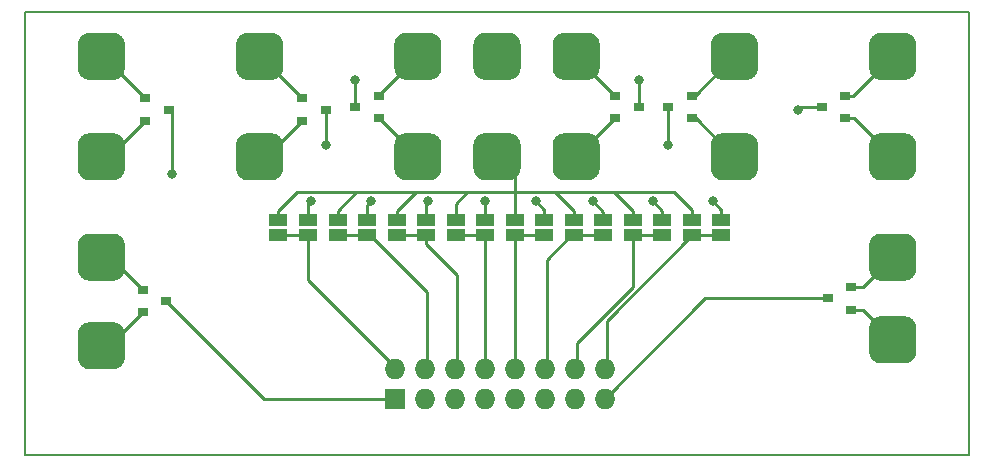
<source format=gbr>
G04 #@! TF.GenerationSoftware,KiCad,Pcbnew,(5.1.7-0-10_14)*
G04 #@! TF.CreationDate,2021-05-07T19:31:10+02:00*
G04 #@! TF.ProjectId,National Keyboard Mux Board,4e617469-6f6e-4616-9c20-4b6579626f61,rev?*
G04 #@! TF.SameCoordinates,Original*
G04 #@! TF.FileFunction,Copper,L1,Top*
G04 #@! TF.FilePolarity,Positive*
%FSLAX46Y46*%
G04 Gerber Fmt 4.6, Leading zero omitted, Abs format (unit mm)*
G04 Created by KiCad (PCBNEW (5.1.7-0-10_14)) date 2021-05-07 19:31:10*
%MOMM*%
%LPD*%
G01*
G04 APERTURE LIST*
G04 #@! TA.AperFunction,Profile*
%ADD10C,0.150000*%
G04 #@! TD*
G04 #@! TA.AperFunction,SMDPad,CuDef*
%ADD11R,0.900000X0.800000*%
G04 #@! TD*
G04 #@! TA.AperFunction,ComponentPad*
%ADD12R,1.727200X1.727200*%
G04 #@! TD*
G04 #@! TA.AperFunction,ComponentPad*
%ADD13O,1.727200X1.727200*%
G04 #@! TD*
G04 #@! TA.AperFunction,SMDPad,CuDef*
%ADD14R,1.500000X1.000000*%
G04 #@! TD*
G04 #@! TA.AperFunction,ViaPad*
%ADD15C,0.800000*%
G04 #@! TD*
G04 #@! TA.AperFunction,Conductor*
%ADD16C,0.250000*%
G04 #@! TD*
G04 APERTURE END LIST*
D10*
X70000000Y-102250000D02*
X70000000Y-64750000D01*
X150000000Y-102250000D02*
X70000000Y-102250000D01*
X150000000Y-64750000D02*
X150000000Y-102250000D01*
X70000000Y-64750000D02*
X150000000Y-64750000D01*
D11*
X138000000Y-89000000D03*
X140000000Y-88050000D03*
X140000000Y-89950000D03*
X137500000Y-72800000D03*
X139500000Y-71850000D03*
X139500000Y-73750000D03*
X124500000Y-72800000D03*
X126500000Y-71850000D03*
X126500000Y-73750000D03*
X122000000Y-72800000D03*
X120000000Y-73750000D03*
X120000000Y-71850000D03*
X98000000Y-72800000D03*
X100000000Y-71850000D03*
X100000000Y-73750000D03*
X95500000Y-73000000D03*
X93500000Y-73950000D03*
X93500000Y-72050000D03*
X82200000Y-73000000D03*
X80200000Y-73950000D03*
X80200000Y-72050000D03*
X82000000Y-89200000D03*
X80000000Y-90150000D03*
X80000000Y-88250000D03*
D12*
X101346000Y-97500000D03*
D13*
X101346000Y-94960000D03*
X103886000Y-97500000D03*
X103886000Y-94960000D03*
X106426000Y-97500000D03*
X106426000Y-94960000D03*
X108966000Y-97500000D03*
X108966000Y-94960000D03*
X111506000Y-97500000D03*
X111506000Y-94960000D03*
X114046000Y-97500000D03*
X114046000Y-94960000D03*
X116586000Y-97500000D03*
X116586000Y-94960000D03*
X119126000Y-97500000D03*
X119126000Y-94960000D03*
D14*
X91500000Y-82350000D03*
X91500000Y-83650000D03*
X96500000Y-82350000D03*
X96500000Y-83650000D03*
X101500000Y-83650000D03*
X101500000Y-82350000D03*
X106500000Y-82350000D03*
X106500000Y-83650000D03*
X111500000Y-83650000D03*
X111500000Y-82350000D03*
X116500000Y-82350000D03*
X116500000Y-83650000D03*
X121500000Y-83650000D03*
X121500000Y-82350000D03*
X126500000Y-82350000D03*
X126500000Y-83650000D03*
G04 #@! TA.AperFunction,ComponentPad*
G36*
G01*
X74500000Y-86500000D02*
X74500000Y-84500000D01*
G75*
G02*
X75500000Y-83500000I1000000J0D01*
G01*
X77500000Y-83500000D01*
G75*
G02*
X78500000Y-84500000I0J-1000000D01*
G01*
X78500000Y-86500000D01*
G75*
G02*
X77500000Y-87500000I-1000000J0D01*
G01*
X75500000Y-87500000D01*
G75*
G02*
X74500000Y-86500000I0J1000000D01*
G01*
G37*
G04 #@! TD.AperFunction*
G04 #@! TA.AperFunction,ComponentPad*
G36*
G01*
X74500000Y-94000000D02*
X74500000Y-92000000D01*
G75*
G02*
X75500000Y-91000000I1000000J0D01*
G01*
X77500000Y-91000000D01*
G75*
G02*
X78500000Y-92000000I0J-1000000D01*
G01*
X78500000Y-94000000D01*
G75*
G02*
X77500000Y-95000000I-1000000J0D01*
G01*
X75500000Y-95000000D01*
G75*
G02*
X74500000Y-94000000I0J1000000D01*
G01*
G37*
G04 #@! TD.AperFunction*
G04 #@! TA.AperFunction,ComponentPad*
G36*
G01*
X74500000Y-69500000D02*
X74500000Y-67500000D01*
G75*
G02*
X75500000Y-66500000I1000000J0D01*
G01*
X77500000Y-66500000D01*
G75*
G02*
X78500000Y-67500000I0J-1000000D01*
G01*
X78500000Y-69500000D01*
G75*
G02*
X77500000Y-70500000I-1000000J0D01*
G01*
X75500000Y-70500000D01*
G75*
G02*
X74500000Y-69500000I0J1000000D01*
G01*
G37*
G04 #@! TD.AperFunction*
G04 #@! TA.AperFunction,ComponentPad*
G36*
G01*
X74500000Y-78000000D02*
X74500000Y-76000000D01*
G75*
G02*
X75500000Y-75000000I1000000J0D01*
G01*
X77500000Y-75000000D01*
G75*
G02*
X78500000Y-76000000I0J-1000000D01*
G01*
X78500000Y-78000000D01*
G75*
G02*
X77500000Y-79000000I-1000000J0D01*
G01*
X75500000Y-79000000D01*
G75*
G02*
X74500000Y-78000000I0J1000000D01*
G01*
G37*
G04 #@! TD.AperFunction*
G04 #@! TA.AperFunction,ComponentPad*
G36*
G01*
X87900000Y-69500000D02*
X87900000Y-67500000D01*
G75*
G02*
X88900000Y-66500000I1000000J0D01*
G01*
X90900000Y-66500000D01*
G75*
G02*
X91900000Y-67500000I0J-1000000D01*
G01*
X91900000Y-69500000D01*
G75*
G02*
X90900000Y-70500000I-1000000J0D01*
G01*
X88900000Y-70500000D01*
G75*
G02*
X87900000Y-69500000I0J1000000D01*
G01*
G37*
G04 #@! TD.AperFunction*
G04 #@! TA.AperFunction,ComponentPad*
G36*
G01*
X87900000Y-78000000D02*
X87900000Y-76000000D01*
G75*
G02*
X88900000Y-75000000I1000000J0D01*
G01*
X90900000Y-75000000D01*
G75*
G02*
X91900000Y-76000000I0J-1000000D01*
G01*
X91900000Y-78000000D01*
G75*
G02*
X90900000Y-79000000I-1000000J0D01*
G01*
X88900000Y-79000000D01*
G75*
G02*
X87900000Y-78000000I0J1000000D01*
G01*
G37*
G04 #@! TD.AperFunction*
G04 #@! TA.AperFunction,ComponentPad*
G36*
G01*
X101300000Y-69500000D02*
X101300000Y-67500000D01*
G75*
G02*
X102300000Y-66500000I1000000J0D01*
G01*
X104300000Y-66500000D01*
G75*
G02*
X105300000Y-67500000I0J-1000000D01*
G01*
X105300000Y-69500000D01*
G75*
G02*
X104300000Y-70500000I-1000000J0D01*
G01*
X102300000Y-70500000D01*
G75*
G02*
X101300000Y-69500000I0J1000000D01*
G01*
G37*
G04 #@! TD.AperFunction*
G04 #@! TA.AperFunction,ComponentPad*
G36*
G01*
X101300000Y-78000000D02*
X101300000Y-76000000D01*
G75*
G02*
X102300000Y-75000000I1000000J0D01*
G01*
X104300000Y-75000000D01*
G75*
G02*
X105300000Y-76000000I0J-1000000D01*
G01*
X105300000Y-78000000D01*
G75*
G02*
X104300000Y-79000000I-1000000J0D01*
G01*
X102300000Y-79000000D01*
G75*
G02*
X101300000Y-78000000I0J1000000D01*
G01*
G37*
G04 #@! TD.AperFunction*
G04 #@! TA.AperFunction,ComponentPad*
G36*
G01*
X114700000Y-69500000D02*
X114700000Y-67500000D01*
G75*
G02*
X115700000Y-66500000I1000000J0D01*
G01*
X117700000Y-66500000D01*
G75*
G02*
X118700000Y-67500000I0J-1000000D01*
G01*
X118700000Y-69500000D01*
G75*
G02*
X117700000Y-70500000I-1000000J0D01*
G01*
X115700000Y-70500000D01*
G75*
G02*
X114700000Y-69500000I0J1000000D01*
G01*
G37*
G04 #@! TD.AperFunction*
G04 #@! TA.AperFunction,ComponentPad*
G36*
G01*
X114700000Y-78000000D02*
X114700000Y-76000000D01*
G75*
G02*
X115700000Y-75000000I1000000J0D01*
G01*
X117700000Y-75000000D01*
G75*
G02*
X118700000Y-76000000I0J-1000000D01*
G01*
X118700000Y-78000000D01*
G75*
G02*
X117700000Y-79000000I-1000000J0D01*
G01*
X115700000Y-79000000D01*
G75*
G02*
X114700000Y-78000000I0J1000000D01*
G01*
G37*
G04 #@! TD.AperFunction*
G04 #@! TA.AperFunction,ComponentPad*
G36*
G01*
X128100000Y-69500000D02*
X128100000Y-67500000D01*
G75*
G02*
X129100000Y-66500000I1000000J0D01*
G01*
X131100000Y-66500000D01*
G75*
G02*
X132100000Y-67500000I0J-1000000D01*
G01*
X132100000Y-69500000D01*
G75*
G02*
X131100000Y-70500000I-1000000J0D01*
G01*
X129100000Y-70500000D01*
G75*
G02*
X128100000Y-69500000I0J1000000D01*
G01*
G37*
G04 #@! TD.AperFunction*
G04 #@! TA.AperFunction,ComponentPad*
G36*
G01*
X128100000Y-78000000D02*
X128100000Y-76000000D01*
G75*
G02*
X129100000Y-75000000I1000000J0D01*
G01*
X131100000Y-75000000D01*
G75*
G02*
X132100000Y-76000000I0J-1000000D01*
G01*
X132100000Y-78000000D01*
G75*
G02*
X131100000Y-79000000I-1000000J0D01*
G01*
X129100000Y-79000000D01*
G75*
G02*
X128100000Y-78000000I0J1000000D01*
G01*
G37*
G04 #@! TD.AperFunction*
G04 #@! TA.AperFunction,ComponentPad*
G36*
G01*
X141500000Y-69500000D02*
X141500000Y-67500000D01*
G75*
G02*
X142500000Y-66500000I1000000J0D01*
G01*
X144500000Y-66500000D01*
G75*
G02*
X145500000Y-67500000I0J-1000000D01*
G01*
X145500000Y-69500000D01*
G75*
G02*
X144500000Y-70500000I-1000000J0D01*
G01*
X142500000Y-70500000D01*
G75*
G02*
X141500000Y-69500000I0J1000000D01*
G01*
G37*
G04 #@! TD.AperFunction*
G04 #@! TA.AperFunction,ComponentPad*
G36*
G01*
X141500000Y-78000000D02*
X141500000Y-76000000D01*
G75*
G02*
X142500000Y-75000000I1000000J0D01*
G01*
X144500000Y-75000000D01*
G75*
G02*
X145500000Y-76000000I0J-1000000D01*
G01*
X145500000Y-78000000D01*
G75*
G02*
X144500000Y-79000000I-1000000J0D01*
G01*
X142500000Y-79000000D01*
G75*
G02*
X141500000Y-78000000I0J1000000D01*
G01*
G37*
G04 #@! TD.AperFunction*
G04 #@! TA.AperFunction,ComponentPad*
G36*
G01*
X141500000Y-86500000D02*
X141500000Y-84500000D01*
G75*
G02*
X142500000Y-83500000I1000000J0D01*
G01*
X144500000Y-83500000D01*
G75*
G02*
X145500000Y-84500000I0J-1000000D01*
G01*
X145500000Y-86500000D01*
G75*
G02*
X144500000Y-87500000I-1000000J0D01*
G01*
X142500000Y-87500000D01*
G75*
G02*
X141500000Y-86500000I0J1000000D01*
G01*
G37*
G04 #@! TD.AperFunction*
G04 #@! TA.AperFunction,ComponentPad*
G36*
G01*
X141500000Y-93500000D02*
X141500000Y-91500000D01*
G75*
G02*
X142500000Y-90500000I1000000J0D01*
G01*
X144500000Y-90500000D01*
G75*
G02*
X145500000Y-91500000I0J-1000000D01*
G01*
X145500000Y-93500000D01*
G75*
G02*
X144500000Y-94500000I-1000000J0D01*
G01*
X142500000Y-94500000D01*
G75*
G02*
X141500000Y-93500000I0J1000000D01*
G01*
G37*
G04 #@! TD.AperFunction*
G04 #@! TA.AperFunction,ComponentPad*
G36*
G01*
X108000000Y-69500000D02*
X108000000Y-67500000D01*
G75*
G02*
X109000000Y-66500000I1000000J0D01*
G01*
X111000000Y-66500000D01*
G75*
G02*
X112000000Y-67500000I0J-1000000D01*
G01*
X112000000Y-69500000D01*
G75*
G02*
X111000000Y-70500000I-1000000J0D01*
G01*
X109000000Y-70500000D01*
G75*
G02*
X108000000Y-69500000I0J1000000D01*
G01*
G37*
G04 #@! TD.AperFunction*
G04 #@! TA.AperFunction,ComponentPad*
G36*
G01*
X108000000Y-78000000D02*
X108000000Y-76000000D01*
G75*
G02*
X109000000Y-75000000I1000000J0D01*
G01*
X111000000Y-75000000D01*
G75*
G02*
X112000000Y-76000000I0J-1000000D01*
G01*
X112000000Y-78000000D01*
G75*
G02*
X111000000Y-79000000I-1000000J0D01*
G01*
X109000000Y-79000000D01*
G75*
G02*
X108000000Y-78000000I0J1000000D01*
G01*
G37*
G04 #@! TD.AperFunction*
X94000000Y-83650000D03*
X94000000Y-82350000D03*
X99000000Y-83650000D03*
X99000000Y-82350000D03*
X104000000Y-82350000D03*
X104000000Y-83650000D03*
X109000000Y-83650000D03*
X109000000Y-82350000D03*
X114000000Y-82350000D03*
X114000000Y-83650000D03*
X119000000Y-83650000D03*
X119000000Y-82350000D03*
X124000000Y-82350000D03*
X124000000Y-83650000D03*
X129000000Y-82350000D03*
X129000000Y-83650000D03*
D15*
X82500000Y-78500000D03*
X95500000Y-76000000D03*
X98000000Y-70500000D03*
X122000000Y-70500000D03*
X124500000Y-76000000D03*
X135500000Y-73000000D03*
X94234000Y-80772000D03*
X99314000Y-80772000D03*
X104140000Y-80772000D03*
X108966000Y-80772000D03*
X113284000Y-80772000D03*
X118110000Y-80772000D03*
X123190000Y-80772000D03*
X128270000Y-80772000D03*
D16*
X76500000Y-85500000D02*
X78338477Y-85500000D01*
X77250000Y-85500000D02*
X80000000Y-88250000D01*
X76500000Y-85500000D02*
X77250000Y-85500000D01*
X77150000Y-93000000D02*
X80000000Y-90150000D01*
X76500000Y-93000000D02*
X77150000Y-93000000D01*
X77150000Y-77000000D02*
X80200000Y-73950000D01*
X76500000Y-77000000D02*
X77150000Y-77000000D01*
X93450000Y-72050000D02*
X93500000Y-72050000D01*
X89900000Y-68500000D02*
X93450000Y-72050000D01*
X90450000Y-77000000D02*
X93500000Y-73950000D01*
X89900000Y-77000000D02*
X90450000Y-77000000D01*
X100000000Y-71800000D02*
X103300000Y-68500000D01*
X100000000Y-71850000D02*
X100000000Y-71800000D01*
X116700000Y-68550000D02*
X120000000Y-71850000D01*
X116700000Y-68500000D02*
X116700000Y-68550000D01*
X116700000Y-75161523D02*
X116700000Y-77000000D01*
X119950000Y-73750000D02*
X120000000Y-73750000D01*
X116700000Y-77000000D02*
X119950000Y-73750000D01*
X126750000Y-71850000D02*
X130100000Y-68500000D01*
X126500000Y-71850000D02*
X126750000Y-71850000D01*
X140150000Y-71850000D02*
X143500000Y-68500000D01*
X139500000Y-71850000D02*
X140150000Y-71850000D01*
X140250000Y-73750000D02*
X143500000Y-77000000D01*
X139500000Y-73750000D02*
X140250000Y-73750000D01*
X140950000Y-88050000D02*
X143500000Y-85500000D01*
X140000000Y-88050000D02*
X140950000Y-88050000D01*
X90300000Y-97500000D02*
X82000000Y-89200000D01*
X101346000Y-97500000D02*
X90300000Y-97500000D01*
X76650000Y-68500000D02*
X80200000Y-72050000D01*
X76500000Y-68500000D02*
X76650000Y-68500000D01*
X82500000Y-73300000D02*
X82200000Y-73000000D01*
X82500000Y-78500000D02*
X82500000Y-73300000D01*
X95500000Y-76000000D02*
X95500000Y-73000000D01*
X100050000Y-73750000D02*
X103300000Y-77000000D01*
X100000000Y-73750000D02*
X100050000Y-73750000D01*
X98000000Y-70500000D02*
X98000000Y-72800000D01*
X122000000Y-70500000D02*
X122000000Y-72800000D01*
X126850000Y-73750000D02*
X130100000Y-77000000D01*
X126500000Y-73750000D02*
X126850000Y-73750000D01*
X124500000Y-76000000D02*
X124500000Y-72800000D01*
X135700000Y-72800000D02*
X135500000Y-73000000D01*
X137500000Y-72800000D02*
X135700000Y-72800000D01*
X140950000Y-89950000D02*
X143500000Y-92500000D01*
X140000000Y-89950000D02*
X140950000Y-89950000D01*
X127626000Y-89000000D02*
X119126000Y-97500000D01*
X138000000Y-89000000D02*
X127626000Y-89000000D01*
X94000000Y-81006000D02*
X94234000Y-80772000D01*
X94000000Y-82350000D02*
X94000000Y-81006000D01*
X99000000Y-81086000D02*
X99314000Y-80772000D01*
X99000000Y-82350000D02*
X99000000Y-81086000D01*
X104000000Y-80912000D02*
X104140000Y-80772000D01*
X104000000Y-82350000D02*
X104000000Y-80912000D01*
X109000000Y-80806000D02*
X108966000Y-80772000D01*
X109000000Y-82350000D02*
X109000000Y-80806000D01*
X114000000Y-81488000D02*
X113284000Y-80772000D01*
X114000000Y-82350000D02*
X114000000Y-81488000D01*
X119000000Y-81662000D02*
X118110000Y-80772000D01*
X119000000Y-82350000D02*
X119000000Y-81662000D01*
X124000000Y-81582000D02*
X123190000Y-80772000D01*
X124000000Y-82350000D02*
X124000000Y-81582000D01*
X129000000Y-81502000D02*
X128270000Y-80772000D01*
X129000000Y-82350000D02*
X129000000Y-81502000D01*
X111500000Y-78500000D02*
X110000000Y-77000000D01*
X116500000Y-81600000D02*
X114900000Y-80000000D01*
X114900000Y-80000000D02*
X111500000Y-80000000D01*
X116500000Y-82350000D02*
X116500000Y-81600000D01*
X111500000Y-80000000D02*
X111500000Y-78500000D01*
X111500000Y-82350000D02*
X111500000Y-80000000D01*
X119900000Y-80000000D02*
X114900000Y-80000000D01*
X121500000Y-81600000D02*
X119900000Y-80000000D01*
X121500000Y-82350000D02*
X121500000Y-81600000D01*
X126500000Y-82350000D02*
X126500000Y-81500000D01*
X125000000Y-80000000D02*
X119900000Y-80000000D01*
X126500000Y-81500000D02*
X125000000Y-80000000D01*
X106500000Y-82350000D02*
X106500000Y-81000000D01*
X106500000Y-81000000D02*
X107500000Y-80000000D01*
X107500000Y-80000000D02*
X111500000Y-80000000D01*
X101500000Y-81600000D02*
X103100000Y-80000000D01*
X101500000Y-82350000D02*
X101500000Y-81600000D01*
X103100000Y-80000000D02*
X107500000Y-80000000D01*
X96500000Y-81600000D02*
X98100000Y-80000000D01*
X96500000Y-82350000D02*
X96500000Y-81600000D01*
X98100000Y-80000000D02*
X103100000Y-80000000D01*
X91500000Y-81600000D02*
X93100000Y-80000000D01*
X91500000Y-82350000D02*
X91500000Y-81600000D01*
X93100000Y-80000000D02*
X98000000Y-80000000D01*
X91500000Y-83650000D02*
X94000000Y-83650000D01*
X94000000Y-87460000D02*
X101500000Y-94960000D01*
X94000000Y-83650000D02*
X94000000Y-87460000D01*
X96500000Y-83650000D02*
X99000000Y-83650000D01*
X104040000Y-93738686D02*
X104040000Y-94960000D01*
X99250000Y-83650000D02*
X104040000Y-88440000D01*
X104040000Y-88440000D02*
X104040000Y-93738686D01*
X99000000Y-83650000D02*
X99250000Y-83650000D01*
X101500000Y-83650000D02*
X104000000Y-83650000D01*
X106580000Y-93738686D02*
X106580000Y-94960000D01*
X106580000Y-86980000D02*
X106580000Y-93738686D01*
X104000000Y-84400000D02*
X106580000Y-86980000D01*
X104000000Y-83650000D02*
X104000000Y-84400000D01*
X106500000Y-83650000D02*
X109000000Y-83650000D01*
X109000000Y-94840000D02*
X109120000Y-94960000D01*
X109000000Y-83650000D02*
X109000000Y-94840000D01*
X114000000Y-83650000D02*
X111500000Y-83650000D01*
X111500000Y-94800000D02*
X111660000Y-94960000D01*
X111500000Y-83650000D02*
X111500000Y-94800000D01*
X116250000Y-83650000D02*
X116500000Y-83650000D01*
X114200000Y-85700000D02*
X116250000Y-83650000D01*
X114200000Y-94960000D02*
X114200000Y-85700000D01*
X116500000Y-83650000D02*
X119000000Y-83650000D01*
X124000000Y-83650000D02*
X121500000Y-83650000D01*
X116740000Y-93738686D02*
X116740000Y-94960000D01*
X116740000Y-92773590D02*
X116740000Y-93738686D01*
X121500000Y-83650000D02*
X121500000Y-88013590D01*
X121500000Y-88013590D02*
X116740000Y-92773590D01*
X119280000Y-90870000D02*
X126500000Y-83650000D01*
X119280000Y-94960000D02*
X119280000Y-90870000D01*
X129000000Y-83650000D02*
X126500000Y-83650000D01*
M02*

</source>
